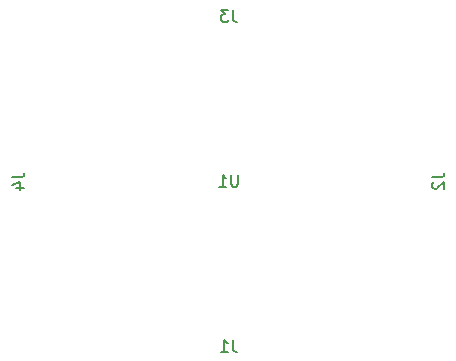
<source format=gbr>
%TF.GenerationSoftware,KiCad,Pcbnew,(6.0.11)*%
%TF.CreationDate,2024-01-13T12:12:08-05:00*%
%TF.ProjectId,PQFP-100-Adapter,50514650-2d31-4303-902d-416461707465,rev?*%
%TF.SameCoordinates,Original*%
%TF.FileFunction,Legend,Bot*%
%TF.FilePolarity,Positive*%
%FSLAX46Y46*%
G04 Gerber Fmt 4.6, Leading zero omitted, Abs format (unit mm)*
G04 Created by KiCad (PCBNEW (6.0.11)) date 2024-01-13 12:12:08*
%MOMM*%
%LPD*%
G01*
G04 APERTURE LIST*
%ADD10C,0.150000*%
G04 APERTURE END LIST*
D10*
%TO.C,J3*%
X152733333Y-83272380D02*
X152733333Y-83986666D01*
X152780952Y-84129523D01*
X152876190Y-84224761D01*
X153019047Y-84272380D01*
X153114285Y-84272380D01*
X152352380Y-83272380D02*
X151733333Y-83272380D01*
X152066666Y-83653333D01*
X151923809Y-83653333D01*
X151828571Y-83700952D01*
X151780952Y-83748571D01*
X151733333Y-83843809D01*
X151733333Y-84081904D01*
X151780952Y-84177142D01*
X151828571Y-84224761D01*
X151923809Y-84272380D01*
X152209523Y-84272380D01*
X152304761Y-84224761D01*
X152352380Y-84177142D01*
%TO.C,J2*%
X169632380Y-97456666D02*
X170346666Y-97456666D01*
X170489523Y-97409047D01*
X170584761Y-97313809D01*
X170632380Y-97170952D01*
X170632380Y-97075714D01*
X169727619Y-97885238D02*
X169680000Y-97932857D01*
X169632380Y-98028095D01*
X169632380Y-98266190D01*
X169680000Y-98361428D01*
X169727619Y-98409047D01*
X169822857Y-98456666D01*
X169918095Y-98456666D01*
X170060952Y-98409047D01*
X170632380Y-97837619D01*
X170632380Y-98456666D01*
%TO.C,J4*%
X134072380Y-97456666D02*
X134786666Y-97456666D01*
X134929523Y-97409047D01*
X135024761Y-97313809D01*
X135072380Y-97170952D01*
X135072380Y-97075714D01*
X134405714Y-98361428D02*
X135072380Y-98361428D01*
X134024761Y-98123333D02*
X134739047Y-97885238D01*
X134739047Y-98504285D01*
%TO.C,J1*%
X152738333Y-111212380D02*
X152738333Y-111926666D01*
X152785952Y-112069523D01*
X152881190Y-112164761D01*
X153024047Y-112212380D01*
X153119285Y-112212380D01*
X151738333Y-112212380D02*
X152309761Y-112212380D01*
X152024047Y-112212380D02*
X152024047Y-111212380D01*
X152119285Y-111355238D01*
X152214523Y-111450476D01*
X152309761Y-111498095D01*
%TO.C,U1*%
X153161904Y-97242380D02*
X153161904Y-98051904D01*
X153114285Y-98147142D01*
X153066666Y-98194761D01*
X152971428Y-98242380D01*
X152780952Y-98242380D01*
X152685714Y-98194761D01*
X152638095Y-98147142D01*
X152590476Y-98051904D01*
X152590476Y-97242380D01*
X151590476Y-98242380D02*
X152161904Y-98242380D01*
X151876190Y-98242380D02*
X151876190Y-97242380D01*
X151971428Y-97385238D01*
X152066666Y-97480476D01*
X152161904Y-97528095D01*
%TD*%
M02*

</source>
